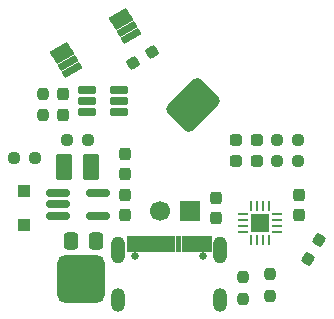
<source format=gbr>
%TF.GenerationSoftware,KiCad,Pcbnew,9.0.6*%
%TF.CreationDate,2026-01-04T02:45:32-08:00*%
%TF.ProjectId,flashlight adapter,666c6173-686c-4696-9768-742061646170,rev?*%
%TF.SameCoordinates,Original*%
%TF.FileFunction,Soldermask,Top*%
%TF.FilePolarity,Negative*%
%FSLAX46Y46*%
G04 Gerber Fmt 4.6, Leading zero omitted, Abs format (unit mm)*
G04 Created by KiCad (PCBNEW 9.0.6) date 2026-01-04 02:45:32*
%MOMM*%
%LPD*%
G01*
G04 APERTURE LIST*
G04 Aperture macros list*
%AMRoundRect*
0 Rectangle with rounded corners*
0 $1 Rounding radius*
0 $2 $3 $4 $5 $6 $7 $8 $9 X,Y pos of 4 corners*
0 Add a 4 corners polygon primitive as box body*
4,1,4,$2,$3,$4,$5,$6,$7,$8,$9,$2,$3,0*
0 Add four circle primitives for the rounded corners*
1,1,$1+$1,$2,$3*
1,1,$1+$1,$4,$5*
1,1,$1+$1,$6,$7*
1,1,$1+$1,$8,$9*
0 Add four rect primitives between the rounded corners*
20,1,$1+$1,$2,$3,$4,$5,0*
20,1,$1+$1,$4,$5,$6,$7,0*
20,1,$1+$1,$6,$7,$8,$9,0*
20,1,$1+$1,$8,$9,$2,$3,0*%
G04 Aperture macros list end*
%ADD10C,0.010000*%
%ADD11RoundRect,0.062500X0.375000X0.062500X-0.375000X0.062500X-0.375000X-0.062500X0.375000X-0.062500X0*%
%ADD12RoundRect,0.062500X0.062500X0.375000X-0.062500X0.375000X-0.062500X-0.375000X0.062500X-0.375000X0*%
%ADD13R,1.600000X1.600000*%
%ADD14RoundRect,0.075500X-0.585199X-0.599405X0.811699X0.207095X0.585199X0.599405X-0.811699X-0.207095X0*%
%ADD15O,1.204000X2.004000*%
%ADD16O,1.204000X2.304000*%
%ADD17C,0.650000*%
%ADD18RoundRect,0.450000X1.838478X0.353553X0.353553X1.838478X-1.838478X-0.353553X-0.353553X-1.838478X0*%
%ADD19RoundRect,0.237500X-0.287500X-0.237500X0.287500X-0.237500X0.287500X0.237500X-0.287500X0.237500X0*%
%ADD20RoundRect,0.237500X-0.250000X-0.237500X0.250000X-0.237500X0.250000X0.237500X-0.250000X0.237500X0*%
%ADD21RoundRect,0.162500X0.617500X0.162500X-0.617500X0.162500X-0.617500X-0.162500X0.617500X-0.162500X0*%
%ADD22RoundRect,0.237500X-0.237500X0.300000X-0.237500X-0.300000X0.237500X-0.300000X0.237500X0.300000X0*%
%ADD23RoundRect,0.237500X0.237500X-0.300000X0.237500X0.300000X-0.237500X0.300000X-0.237500X-0.300000X0*%
%ADD24RoundRect,0.237500X-0.237500X0.250000X-0.237500X-0.250000X0.237500X-0.250000X0.237500X0.250000X0*%
%ADD25RoundRect,0.237500X0.237500X-0.250000X0.237500X0.250000X-0.237500X0.250000X-0.237500X-0.250000X0*%
%ADD26RoundRect,0.237500X0.080681X-0.335256X0.330681X0.097756X-0.080681X0.335256X-0.330681X-0.097756X0*%
%ADD27RoundRect,0.237500X-0.097756X-0.330681X0.335256X-0.080681X0.097756X0.330681X-0.335256X0.080681X0*%
%ADD28RoundRect,0.162500X-0.837500X-0.162500X0.837500X-0.162500X0.837500X0.162500X-0.837500X0.162500X0*%
%ADD29RoundRect,0.250000X0.300000X-0.300000X0.300000X0.300000X-0.300000X0.300000X-0.300000X-0.300000X0*%
%ADD30C,1.700000*%
%ADD31R,1.700000X1.700000*%
%ADD32RoundRect,0.250001X0.462499X0.849999X-0.462499X0.849999X-0.462499X-0.849999X0.462499X-0.849999X0*%
%ADD33RoundRect,0.250000X-0.337500X-0.475000X0.337500X-0.475000X0.337500X0.475000X-0.337500X0.475000X0*%
%ADD34RoundRect,0.600000X-1.400000X-1.400000X1.400000X-1.400000X1.400000X1.400000X-1.400000X1.400000X0*%
G04 APERTURE END LIST*
D10*
%TO.C,J1*%
X149050000Y-100370000D02*
X148350000Y-100370000D01*
X148350000Y-99120000D01*
X149050000Y-99120000D01*
X149050000Y-100370000D01*
G36*
X149050000Y-100370000D02*
G01*
X148350000Y-100370000D01*
X148350000Y-99120000D01*
X149050000Y-99120000D01*
X149050000Y-100370000D01*
G37*
X148250000Y-100370000D02*
X147550000Y-100370000D01*
X147550000Y-99120000D01*
X148250000Y-99120000D01*
X148250000Y-100370000D01*
G36*
X148250000Y-100370000D02*
G01*
X147550000Y-100370000D01*
X147550000Y-99120000D01*
X148250000Y-99120000D01*
X148250000Y-100370000D01*
G37*
X147450000Y-100370000D02*
X147050000Y-100370000D01*
X147050000Y-99120000D01*
X147450000Y-99120000D01*
X147450000Y-100370000D01*
G36*
X147450000Y-100370000D02*
G01*
X147050000Y-100370000D01*
X147050000Y-99120000D01*
X147450000Y-99120000D01*
X147450000Y-100370000D01*
G37*
X146950000Y-100370000D02*
X146550000Y-100370000D01*
X146550000Y-99120000D01*
X146950000Y-99120000D01*
X146950000Y-100370000D01*
G36*
X146950000Y-100370000D02*
G01*
X146550000Y-100370000D01*
X146550000Y-99120000D01*
X146950000Y-99120000D01*
X146950000Y-100370000D01*
G37*
X146450000Y-100370000D02*
X146050000Y-100370000D01*
X146050000Y-99120000D01*
X146450000Y-99120000D01*
X146450000Y-100370000D01*
G36*
X146450000Y-100370000D02*
G01*
X146050000Y-100370000D01*
X146050000Y-99120000D01*
X146450000Y-99120000D01*
X146450000Y-100370000D01*
G37*
X145950000Y-100370000D02*
X145550000Y-100370000D01*
X145550000Y-99120000D01*
X145950000Y-99120000D01*
X145950000Y-100370000D01*
G36*
X145950000Y-100370000D02*
G01*
X145550000Y-100370000D01*
X145550000Y-99120000D01*
X145950000Y-99120000D01*
X145950000Y-100370000D01*
G37*
X145450000Y-100370000D02*
X145050000Y-100370000D01*
X145050000Y-99120000D01*
X145450000Y-99120000D01*
X145450000Y-100370000D01*
G36*
X145450000Y-100370000D02*
G01*
X145050000Y-100370000D01*
X145050000Y-99120000D01*
X145450000Y-99120000D01*
X145450000Y-100370000D01*
G37*
X144950000Y-100370000D02*
X144550000Y-100370000D01*
X144550000Y-99120000D01*
X144950000Y-99120000D01*
X144950000Y-100370000D01*
G36*
X144950000Y-100370000D02*
G01*
X144550000Y-100370000D01*
X144550000Y-99120000D01*
X144950000Y-99120000D01*
X144950000Y-100370000D01*
G37*
X144450000Y-100370000D02*
X144050000Y-100370000D01*
X144050000Y-99120000D01*
X144450000Y-99120000D01*
X144450000Y-100370000D01*
G36*
X144450000Y-100370000D02*
G01*
X144050000Y-100370000D01*
X144050000Y-99120000D01*
X144450000Y-99120000D01*
X144450000Y-100370000D01*
G37*
X143950000Y-100370000D02*
X143550000Y-100370000D01*
X143550000Y-99120000D01*
X143950000Y-99120000D01*
X143950000Y-100370000D01*
G36*
X143950000Y-100370000D02*
G01*
X143550000Y-100370000D01*
X143550000Y-99120000D01*
X143950000Y-99120000D01*
X143950000Y-100370000D01*
G37*
X143450000Y-100370000D02*
X142750000Y-100370000D01*
X142750000Y-99120000D01*
X143450000Y-99120000D01*
X143450000Y-100370000D01*
G36*
X143450000Y-100370000D02*
G01*
X142750000Y-100370000D01*
X142750000Y-99120000D01*
X143450000Y-99120000D01*
X143450000Y-100370000D01*
G37*
X142650000Y-100370000D02*
X141950000Y-100370000D01*
X141950000Y-99120000D01*
X142650000Y-99120000D01*
X142650000Y-100370000D01*
G36*
X142650000Y-100370000D02*
G01*
X141950000Y-100370000D01*
X141950000Y-99120000D01*
X142650000Y-99120000D01*
X142650000Y-100370000D01*
G37*
%TD*%
D11*
%TO.C,U1*%
X154625000Y-98750000D03*
X154625000Y-98250000D03*
X154625000Y-97750000D03*
X154625000Y-97250000D03*
D12*
X153937500Y-96562500D03*
X153437500Y-96562500D03*
X152937500Y-96562500D03*
X152437500Y-96562500D03*
D11*
X151750000Y-97250000D03*
X151750000Y-97750000D03*
X151750000Y-98250000D03*
X151750000Y-98750000D03*
D12*
X152437500Y-99437500D03*
X152937500Y-99437500D03*
X153437500Y-99437500D03*
X153937500Y-99437500D03*
D13*
X153187500Y-98000000D03*
%TD*%
D14*
%TO.C,Q1*%
X136268347Y-83345625D03*
X136593347Y-83908542D03*
X136918347Y-84471458D03*
X137243347Y-85034375D03*
X142231653Y-82154375D03*
X141906653Y-81591458D03*
X141581653Y-81028542D03*
X141256653Y-80465625D03*
%TD*%
D15*
%TO.C,J1*%
X149820000Y-104500000D03*
X141180000Y-104500000D03*
D16*
X149820000Y-100320000D03*
X141180000Y-100320000D03*
D17*
X148390000Y-100820000D03*
X142610000Y-100820000D03*
%TD*%
D18*
%TO.C,BT-1*%
X147500000Y-88000000D03*
%TD*%
D19*
%TO.C,D2*%
X152893750Y-91000000D03*
X151143750Y-91000000D03*
%TD*%
%TO.C,D1*%
X152893750Y-92750000D03*
X151143750Y-92750000D03*
%TD*%
D20*
%TO.C,R7*%
X156431250Y-91000000D03*
X154606250Y-91000000D03*
%TD*%
%TO.C,R6*%
X154606250Y-92750000D03*
X156431250Y-92750000D03*
%TD*%
D21*
%TO.C,U2*%
X141250000Y-88650000D03*
X141250000Y-87700000D03*
X141250000Y-86750000D03*
X138550000Y-86750000D03*
X138550000Y-87700000D03*
X138550000Y-88650000D03*
%TD*%
D20*
%TO.C,R11*%
X136837500Y-91000000D03*
X138662500Y-91000000D03*
%TD*%
%TO.C,R10*%
X132337500Y-92500000D03*
X134162500Y-92500000D03*
%TD*%
D22*
%TO.C,C4*%
X136540000Y-88862500D03*
X136540000Y-87137500D03*
%TD*%
D23*
%TO.C,C1*%
X141750000Y-92137500D03*
X141750000Y-93862500D03*
%TD*%
%TO.C,C2*%
X149500000Y-95887500D03*
X149500000Y-97612500D03*
%TD*%
D22*
%TO.C,C3*%
X156500000Y-97362500D03*
X156500000Y-95637500D03*
%TD*%
%TO.C,C5*%
X141750000Y-97362500D03*
X141750000Y-95637500D03*
%TD*%
D24*
%TO.C,R4*%
X154000000Y-104162500D03*
X154000000Y-102337500D03*
%TD*%
%TO.C,R2*%
X151750000Y-104412500D03*
X151750000Y-102587500D03*
%TD*%
D25*
%TO.C,R8*%
X134790000Y-87087500D03*
X134790000Y-88912500D03*
%TD*%
D26*
%TO.C,R3*%
X158206250Y-99459752D03*
X157293750Y-101040248D03*
%TD*%
D27*
%TO.C,R9*%
X144040249Y-83543750D03*
X142459751Y-84456250D03*
%TD*%
D28*
%TO.C,U3*%
X139500000Y-95500000D03*
X139500000Y-97400000D03*
X136080000Y-97400000D03*
X136080000Y-96450000D03*
X136080000Y-95500000D03*
%TD*%
D29*
%TO.C,D3*%
X133250000Y-98149999D03*
X133250000Y-95350001D03*
%TD*%
D30*
%TO.C,TH1*%
X144710000Y-97000000D03*
D31*
X147250000Y-97000000D03*
%TD*%
D32*
%TO.C,L1*%
X138912500Y-93250000D03*
X136587500Y-93250000D03*
%TD*%
D33*
%TO.C,C6*%
X137212500Y-99500000D03*
X139287500Y-99500000D03*
%TD*%
D34*
%TO.C,9V+1*%
X138000000Y-102750000D03*
%TD*%
M02*

</source>
